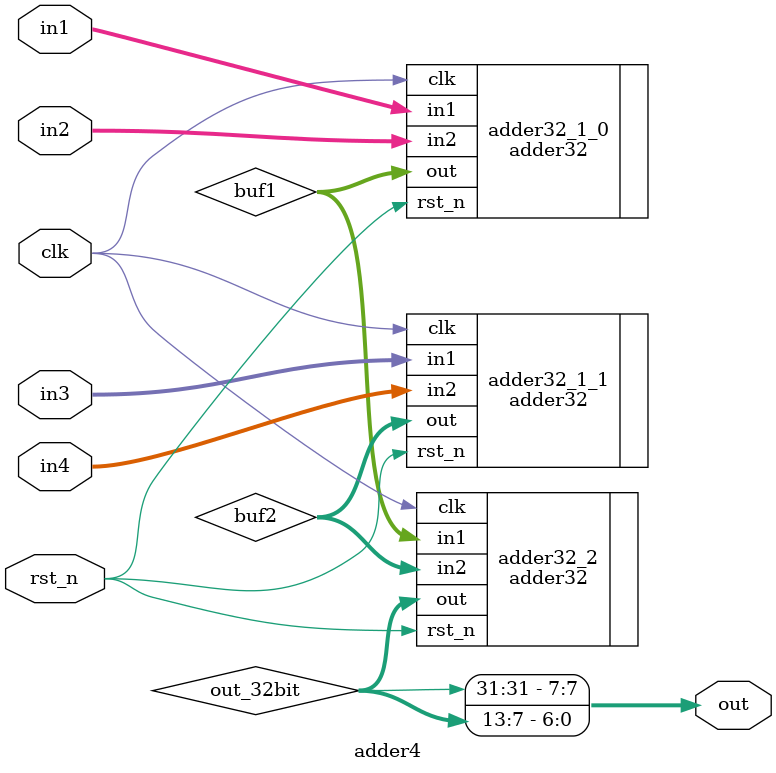
<source format=v>
/**
----------------------------------------------------------------
Module Name  : adder4
Sub Module   : adder32
----------------------------------------------------------------
**/

module adder4(
	input clk ,
	input rst_n ,
	input signed [31:0] in1 ,
	input signed [31:0] in2 ,
	input signed [31:0] in3 ,
	input signed [31:0] in4 ,
	
	output signed [7:0] out
);

	wire signed [31:0] buf1 ;
	wire signed [31:0] buf2 ;
	wire signed [31:0] out_32bit  ;
	
	assign out = {{out_32bit[31]},{out_32bit[13:7]}} ;

	adder32 adder32_1_0(
		.clk 	(clk),
		.rst_n 	(rst_n),
		.in1 	(in1),
		.in2 	(in2),
		.out	(buf1)
	);
	
	adder32 adder32_1_1(
		.clk 	(clk),
		.rst_n 	(rst_n),
		.in1 	(in3),
		.in2 	(in4),
		.out	(buf2)
	);
	
	adder32 adder32_2(
		.clk 	(clk),
		.rst_n 	(rst_n),
		.in1 	(buf1),
		.in2 	(buf2),
		.out	(out_32bit)
	);

endmodule

</source>
